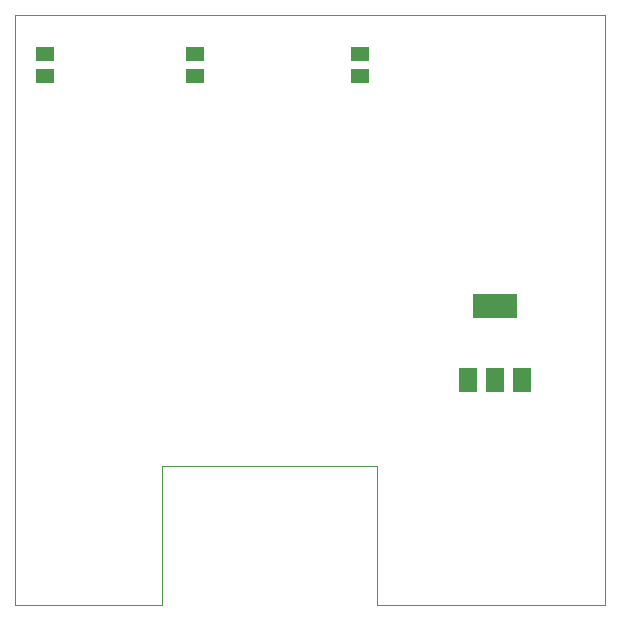
<source format=gtp>
G75*
%MOIN*%
%OFA0B0*%
%FSLAX24Y24*%
%IPPOS*%
%LPD*%
%AMOC8*
5,1,8,0,0,1.08239X$1,22.5*
%
%ADD10C,0.0000*%
%ADD11R,0.0591X0.0787*%
%ADD12R,0.1496X0.0787*%
%ADD13R,0.0630X0.0512*%
D10*
X000267Y000130D02*
X000267Y019815D01*
X019952Y019815D01*
X019952Y000130D01*
X012326Y000130D01*
X012326Y004786D01*
X005161Y004786D01*
X005161Y000130D01*
X000267Y000130D01*
D11*
X015361Y007640D03*
X016267Y007640D03*
X017172Y007640D03*
D12*
X016267Y010120D03*
D13*
X011767Y017756D03*
X011767Y018504D03*
X006267Y018504D03*
X006267Y017756D03*
X001267Y017756D03*
X001267Y018504D03*
M02*

</source>
